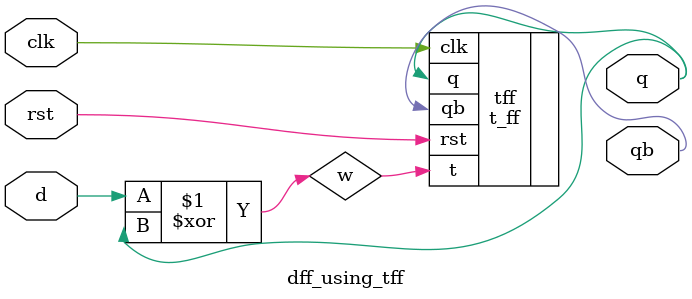
<source format=v>
`include "t_ff.v"
module dff_using_tff(d,rst,clk,q,qb);
  input d,rst,clk;
  output q,qb;
  xor g1(w,d,q);
  t_ff tff(.t(w),.rst(rst),.clk(clk),.q(q),.qb(qb));
endmodule

</source>
